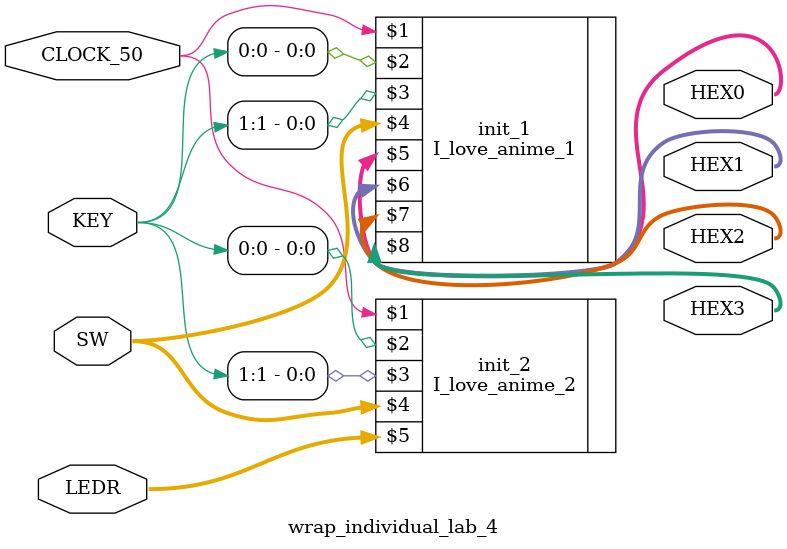
<source format=v>
module wrap_individual_lab_4(
//22 в списке - 4 вариант.
input 	CLOCK_50,
input [1:0] KEY,
input [9:0] LEDR,
input [9:0] SW,
output [6:0] HEX1,
output [6:0] HEX0,

output [6:0] HEX2,
output [6:0] HEX3
);

I_love_anime_1 init_1 (CLOCK_50, KEY[0], KEY[1],SW[9:0], HEX0[6:0],HEX1[6:0],HEX2[6:0],HEX3[6:0]);
I_love_anime_2 init_2 (CLOCK_50, KEY[0], KEY[1],SW, LEDR[9:0]);

endmodule

</source>
